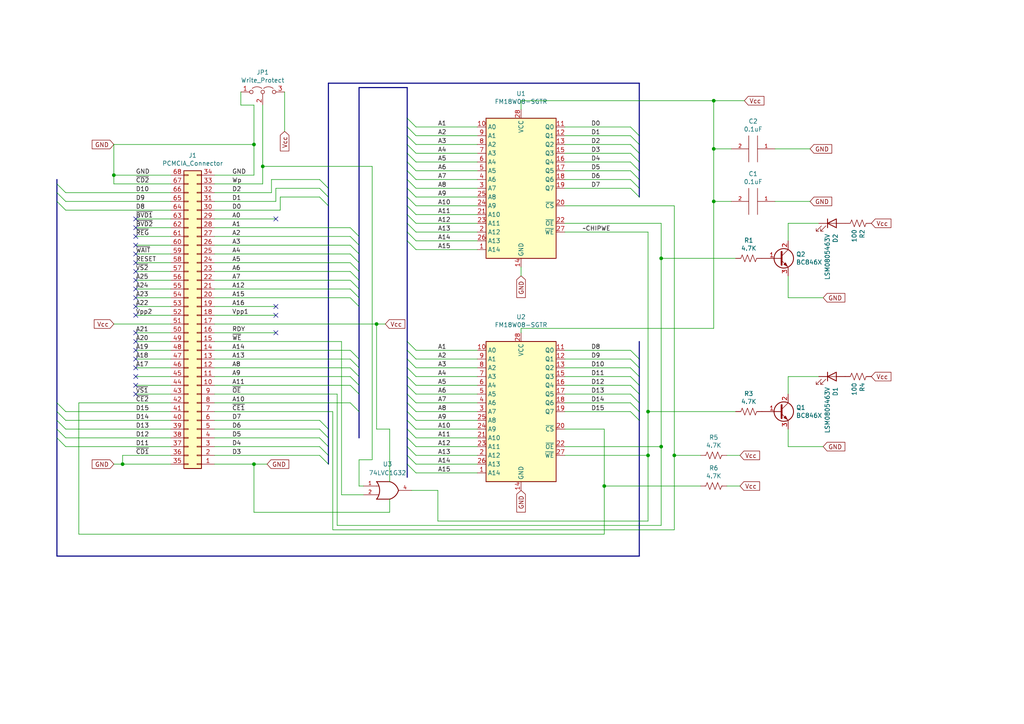
<source format=kicad_sch>
(kicad_sch (version 20211123) (generator eeschema)
  (paper "A4")
  (lib_symbols
    (symbol "74xGxx:74LVC1G32" (pin_names (offset 1.016))
      (property "Reference" "U" (at -2.54 3.81 0))
      (property "Value" "74LVC1G32" (at 0 -3.81 0))
      (symbol "74LVC1G32_0_1"
        (arc (start -3.81 -2.54) (mid -2.919 0) (end -3.81 2.54) (stroke (width 0.254)))
        (arc (start 0 -2.54) (mid 1.5993 -1.6027) (end 2.54 0) (stroke (width 0.254)))
        (polyline (pts (xy -3.81 -1.27) (xy -3.175 -1.27)))
        (polyline (pts (xy -3.81 1.27) (xy -3.175 1.27)))
        (polyline (pts (xy 0 -2.54) (xy -3.81 -2.54)) (stroke (width 0.254)) (fill (type background)))
        (polyline (pts (xy 0 2.54) (xy -3.81 2.54)) (stroke (width 0.254)) (fill (type background)))
        (arc (start 2.54 0) (mid 1.6119 1.6152) (end 0 2.54) (stroke (width 0.254)))
      )
      (symbol "74LVC1G32_1_1"
        (pin input line (at -7.62 1.27 0) (length 3.81) (name "~") (number "1"))
        (pin input line (at -7.62 -1.27 0) (length 3.81) (name "~") (number "2"))
        (pin power_in line (at 0 -2.54 270) (length 0) hide (name "GND") (number "3"))
        (pin output line (at 6.35 0 180) (length 3.81) (name "~") (number "4"))
        (pin power_in line (at 0 2.54 90) (length 0) hide (name "VCC") (number "5"))
      )
    )
    (symbol "Connector_Generic:Conn_02x34_Top_Bottom" (pin_names (offset 1.016) hide)
      (property "Reference" "J" (at 1.27 43.18 0))
      (property "Value" "Conn_02x34_Top_Bottom" (at 1.27 -45.72 0))
      (symbol "Conn_02x34_Top_Bottom_1_1"
        (rectangle (start -1.27 -43.053) (end 0 -43.307) (stroke (width 0.1524)))
        (rectangle (start -1.27 -40.513) (end 0 -40.767) (stroke (width 0.1524)))
        (rectangle (start -1.27 -37.973) (end 0 -38.227) (stroke (width 0.1524)))
        (rectangle (start -1.27 -35.433) (end 0 -35.687) (stroke (width 0.1524)))
        (rectangle (start -1.27 -32.893) (end 0 -33.147) (stroke (width 0.1524)))
        (rectangle (start -1.27 -30.353) (end 0 -30.607) (stroke (width 0.1524)))
        (rectangle (start -1.27 -27.813) (end 0 -28.067) (stroke (width 0.1524)))
        (rectangle (start -1.27 -25.273) (end 0 -25.527) (stroke (width 0.1524)))
        (rectangle (start -1.27 -22.733) (end 0 -22.987) (stroke (width 0.1524)))
        (rectangle (start -1.27 -20.193) (end 0 -20.447) (stroke (width 0.1524)))
        (rectangle (start -1.27 -17.653) (end 0 -17.907) (stroke (width 0.1524)))
        (rectangle (start -1.27 -15.113) (end 0 -15.367) (stroke (width 0.1524)))
        (rectangle (start -1.27 -12.573) (end 0 -12.827) (stroke (width 0.1524)))
        (rectangle (start -1.27 -10.033) (end 0 -10.287) (stroke (width 0.1524)))
        (rectangle (start -1.27 -7.493) (end 0 -7.747) (stroke (width 0.1524)))
        (rectangle (start -1.27 -4.953) (end 0 -5.207) (stroke (width 0.1524)))
        (rectangle (start -1.27 -2.413) (end 0 -2.667) (stroke (width 0.1524)))
        (rectangle (start -1.27 0.127) (end 0 -0.127) (stroke (width 0.1524)))
        (rectangle (start -1.27 2.667) (end 0 2.413) (stroke (width 0.1524)))
        (rectangle (start -1.27 5.207) (end 0 4.953) (stroke (width 0.1524)))
        (rectangle (start -1.27 7.747) (end 0 7.493) (stroke (width 0.1524)))
        (rectangle (start -1.27 10.287) (end 0 10.033) (stroke (width 0.1524)))
        (rectangle (start -1.27 12.827) (end 0 12.573) (stroke (width 0.1524)))
        (rectangle (start -1.27 15.367) (end 0 15.113) (stroke (width 0.1524)))
        (rectangle (start -1.27 17.907) (end 0 17.653) (stroke (width 0.1524)))
        (rectangle (start -1.27 20.447) (end 0 20.193) (stroke (width 0.1524)))
        (rectangle (start -1.27 22.987) (end 0 22.733) (stroke (width 0.1524)))
        (rectangle (start -1.27 25.527) (end 0 25.273) (stroke (width 0.1524)))
        (rectangle (start -1.27 28.067) (end 0 27.813) (stroke (width 0.1524)))
        (rectangle (start -1.27 30.607) (end 0 30.353) (stroke (width 0.1524)))
        (rectangle (start -1.27 33.147) (end 0 32.893) (stroke (width 0.1524)))
        (rectangle (start -1.27 35.687) (end 0 35.433) (stroke (width 0.1524)))
        (rectangle (start -1.27 38.227) (end 0 37.973) (stroke (width 0.1524)))
        (rectangle (start -1.27 40.767) (end 0 40.513) (stroke (width 0.1524)))
        (rectangle (start -1.27 41.91) (end 3.81 -44.45) (stroke (width 0.254)) (fill (type background)))
        (rectangle (start 3.81 -43.053) (end 2.54 -43.307) (stroke (width 0.1524)))
        (rectangle (start 3.81 -40.513) (end 2.54 -40.767) (stroke (width 0.1524)))
        (rectangle (start 3.81 -37.973) (end 2.54 -38.227) (stroke (width 0.1524)))
        (rectangle (start 3.81 -35.433) (end 2.54 -35.687) (stroke (width 0.1524)))
        (rectangle (start 3.81 -32.893) (end 2.54 -33.147) (stroke (width 0.1524)))
        (rectangle (start 3.81 -30.353) (end 2.54 -30.607) (stroke (width 0.1524)))
        (rectangle (start 3.81 -27.813) (end 2.54 -28.067) (stroke (width 0.1524)))
        (rectangle (start 3.81 -25.273) (end 2.54 -25.527) (stroke (width 0.1524)))
        (rectangle (start 3.81 -22.733) (end 2.54 -22.987) (stroke (width 0.1524)))
        (rectangle (start 3.81 -20.193) (end 2.54 -20.447) (stroke (width 0.1524)))
        (rectangle (start 3.81 -17.653) (end 2.54 -17.907) (stroke (width 0.1524)))
        (rectangle (start 3.81 -15.113) (end 2.54 -15.367) (stroke (width 0.1524)))
        (rectangle (start 3.81 -12.573) (end 2.54 -12.827) (stroke (width 0.1524)))
        (rectangle (start 3.81 -10.033) (end 2.54 -10.287) (stroke (width 0.1524)))
        (rectangle (start 3.81 -7.493) (end 2.54 -7.747) (stroke (width 0.1524)))
        (rectangle (start 3.81 -4.953) (end 2.54 -5.207) (stroke (width 0.1524)))
        (rectangle (start 3.81 -2.413) (end 2.54 -2.667) (stroke (width 0.1524)))
        (rectangle (start 3.81 0.127) (end 2.54 -0.127) (stroke (width 0.1524)))
        (rectangle (start 3.81 2.667) (end 2.54 2.413) (stroke (width 0.1524)))
        (rectangle (start 3.81 5.207) (end 2.54 4.953) (stroke (width 0.1524)))
        (rectangle (start 3.81 7.747) (end 2.54 7.493) (stroke (width 0.1524)))
        (rectangle (start 3.81 10.287) (end 2.54 10.033) (stroke (width 0.1524)))
        (rectangle (start 3.81 12.827) (end 2.54 12.573) (stroke (width 0.1524)))
        (rectangle (start 3.81 15.367) (end 2.54 15.113) (stroke (width 0.1524)))
        (rectangle (start 3.81 17.907) (end 2.54 17.653) (stroke (width 0.1524)))
        (rectangle (start 3.81 20.447) (end 2.54 20.193) (stroke (width 0.1524)))
        (rectangle (start 3.81 22.987) (end 2.54 22.733) (stroke (width 0.1524)))
        (rectangle (start 3.81 25.527) (end 2.54 25.273) (stroke (width 0.1524)))
        (rectangle (start 3.81 28.067) (end 2.54 27.813) (stroke (width 0.1524)))
        (rectangle (start 3.81 30.607) (end 2.54 30.353) (stroke (width 0.1524)))
        (rectangle (start 3.81 33.147) (end 2.54 32.893) (stroke (width 0.1524)))
        (rectangle (start 3.81 35.687) (end 2.54 35.433) (stroke (width 0.1524)))
        (rectangle (start 3.81 38.227) (end 2.54 37.973) (stroke (width 0.1524)))
        (rectangle (start 3.81 40.767) (end 2.54 40.513) (stroke (width 0.1524)))
        (pin passive line (at -5.08 40.64 0) (length 3.81) (name "Pin_1") (number "1"))
        (pin passive line (at -5.08 17.78 0) (length 3.81) (name "Pin_10") (number "10"))
        (pin passive line (at -5.08 15.24 0) (length 3.81) (name "Pin_11") (number "11"))
        (pin passive line (at -5.08 12.7 0) (length 3.81) (name "Pin_12") (number "12"))
        (pin passive line (at -5.08 10.16 0) (length 3.81) (name "Pin_13") (number "13"))
        (pin passive line (at -5.08 7.62 0) (length 3.81) (name "Pin_14") (number "14"))
        (pin passive line (at -5.08 5.08 0) (length 3.81) (name "Pin_15") (number "15"))
        (pin passive line (at -5.08 2.54 0) (length 3.81) (name "Pin_16") (number "16"))
        (pin passive line (at -5.08 0 0) (length 3.81) (name "Pin_17") (number "17"))
        (pin passive line (at -5.08 -2.54 0) (length 3.81) (name "Pin_18") (number "18"))
        (pin passive line (at -5.08 -5.08 0) (length 3.81) (name "Pin_19") (number "19"))
        (pin passive line (at -5.08 38.1 0) (length 3.81) (name "Pin_2") (number "2"))
        (pin passive line (at -5.08 -7.62 0) (length 3.81) (name "Pin_20") (number "20"))
        (pin passive line (at -5.08 -10.16 0) (length 3.81) (name "Pin_21") (number "21"))
        (pin passive line (at -5.08 -12.7 0) (length 3.81) (name "Pin_22") (number "22"))
        (pin passive line (at -5.08 -15.24 0) (length 3.81) (name "Pin_23") (number "23"))
        (pin passive line (at -5.08 -17.78 0) (length 3.81) (name "Pin_24") (number "24"))
        (pin passive line (at -5.08 -20.32 0) (length 3.81) (name "Pin_25") (number "25"))
        (pin passive line (at -5.08 -22.86 0) (length 3.81) (name "Pin_26") (number "26"))
        (pin passive line (at -5.08 -25.4 0) (length 3.81) (name "Pin_27") (number "27"))
        (pin passive line (at -5.08 -27.94 0) (length 3.81) (name "Pin_28") (number "28"))
        (pin passive line (at -5.08 -30.48 0) (length 3.81) (name "Pin_29") (number "29"))
        (pin passive line (at -5.08 35.56 0) (length 3.81) (name "Pin_3") (number "3"))
        (pin passive line (at -5.08 -33.02 0) (length 3.81) (name "Pin_30") (number "30"))
        (pin passive line (at -5.08 -35.56 0) (length 3.81) (name "Pin_31") (number "31"))
        (pin passive line (at -5.08 -38.1 0) (length 3.81) (name "Pin_32") (number "32"))
        (pin passive line (at -5.08 -40.64 0) (length 3.81) (name "Pin_33") (number "33"))
        (pin passive line (at -5.08 -43.18 0) (length 3.81) (name "Pin_34") (number "34"))
        (pin passive line (at 7.62 40.64 180) (length 3.81) (name "Pin_35") (number "35"))
        (pin passive line (at 7.62 38.1 180) (length 3.81) (name "Pin_36") (number "36"))
        (pin passive line (at 7.62 35.56 180) (length 3.81) (name "Pin_37") (number "37"))
        (pin passive line (at 7.62 33.02 180) (length 3.81) (name "Pin_38") (number "38"))
        (pin passive line (at 7.62 30.48 180) (length 3.81) (name "Pin_39") (number "39"))
        (pin passive line (at -5.08 33.02 0) (length 3.81) (name "Pin_4") (number "4"))
        (pin passive line (at 7.62 27.94 180) (length 3.81) (name "Pin_40") (number "40"))
        (pin passive line (at 7.62 25.4 180) (length 3.81) (name "Pin_41") (number "41"))
        (pin passive line (at 7.62 22.86 180) (length 3.81) (name "Pin_42") (number "42"))
        (pin passive line (at 7.62 20.32 180) (length 3.81) (name "Pin_43") (number "43"))
        (pin passive line (at 7.62 17.78 180) (length 3.81) (name "Pin_44") (number "44"))
        (pin passive line (at 7.62 15.24 180) (length 3.81) (name "Pin_45") (number "45"))
        (pin passive line (at 7.62 12.7 180) (length 3.81) (name "Pin_46") (number "46"))
        (pin passive line (at 7.62 10.16 180) (length 3.81) (name "Pin_47") (number "47"))
        (pin passive line (at 7.62 7.62 180) (length 3.81) (name "Pin_48") (number "48"))
        (pin passive line (at 7.62 5.08 180) (length 3.81) (name "Pin_49") (number "49"))
        (pin passive line (at -5.08 30.48 0) (length 3.81) (name "Pin_5") (number "5"))
        (pin passive line (at 7.62 2.54 180) (length 3.81) (name "Pin_50") (number "50"))
        (pin passive line (at 7.62 0 180) (length 3.81) (name "Pin_51") (number "51"))
        (pin passive line (at 7.62 -2.54 180) (length 3.81) (name "Pin_52") (number "52"))
        (pin passive line (at 7.62 -5.08 180) (length 3.81) (name "Pin_53") (number "53"))
        (pin passive line (at 7.62 -7.62 180) (length 3.81) (name "Pin_54") (number "54"))
        (pin passive line (at 7.62 -10.16 180) (length 3.81) (name "Pin_55") (number "55"))
        (pin passive line (at 7.62 -12.7 180) (length 3.81) (name "Pin_56") (number "56"))
        (pin passive line (at 7.62 -15.24 180) (length 3.81) (name "Pin_57") (number "57"))
        (pin passive line (at 7.62 -17.78 180) (length 3.81) (name "Pin_58") (number "58"))
        (pin passive line (at 7.62 -20.32 180) (length 3.81) (name "Pin_59") (number "59"))
        (pin passive line (at -5.08 27.94 0) (length 3.81) (name "Pin_6") (number "6"))
        (pin passive line (at 7.62 -22.86 180) (length 3.81) (name "Pin_60") (number "60"))
        (pin passive line (at 7.62 -25.4 180) (length 3.81) (name "Pin_61") (number "61"))
        (pin passive line (at 7.62 -27.94 180) (length 3.81) (name "Pin_62") (number "62"))
        (pin passive line (at 7.62 -30.48 180) (length 3.81) (name "Pin_63") (number "63"))
        (pin passive line (at 7.62 -33.02 180) (length 3.81) (name "Pin_64") (number "64"))
        (pin passive line (at 7.62 -35.56 180) (length 3.81) (name "Pin_65") (number "65"))
        (pin passive line (at 7.62 -38.1 180) (length 3.81) (name "Pin_66") (number "66"))
        (pin passive line (at 7.62 -40.64 180) (length 3.81) (name "Pin_67") (number "67"))
        (pin passive line (at 7.62 -43.18 180) (length 3.81) (name "Pin_68") (number "68"))
        (pin passive line (at -5.08 25.4 0) (length 3.81) (name "Pin_7") (number "7"))
        (pin passive line (at -5.08 22.86 0) (length 3.81) (name "Pin_8") (number "8"))
        (pin passive line (at -5.08 20.32 0) (length 3.81) (name "Pin_9") (number "9"))
      )
    )
    (symbol "Device:LED" (pin_numbers hide) (pin_names (offset 1.016) hide)
      (property "Reference" "D" (at 0 2.54 0))
      (property "Value" "LED" (at 0 -2.54 0))
      (symbol "LED_0_1"
        (polyline (pts (xy -1.27 -1.27) (xy -1.27 1.27)) (stroke (width 0.254)))
        (polyline (pts (xy -1.27 0) (xy 1.27 0)))
        (polyline (pts (xy 1.27 -1.27) (xy 1.27 1.27) (xy -1.27 0) (xy 1.27 -1.27)) (stroke (width 0.254)))
        (polyline (pts (xy -3.048 -0.762) (xy -4.572 -2.286) (xy -3.81 -2.286) (xy -4.572 -2.286) (xy -4.572 -1.524)))
        (polyline (pts (xy -1.778 -0.762) (xy -3.302 -2.286) (xy -2.54 -2.286) (xy -3.302 -2.286) (xy -3.302 -1.524)))
      )
      (symbol "LED_1_1"
        (pin passive line (at -3.81 0 0) (length 2.54) (name "K") (number "1"))
        (pin passive line (at 3.81 0 180) (length 2.54) (name "A") (number "2"))
      )
    )
    (symbol "Device:Q_NPN_BCE" (pin_names (offset 0) hide)
      (property "Reference" "Q" (at 5.08 1.27 0))
      (property "Value" "Q_NPN_BCE" (at 5.08 -1.27 0))
      (symbol "Q_NPN_BCE_0_1"
        (polyline (pts (xy 0.635 0.635) (xy 2.54 2.54)))
        (polyline (pts (xy 0.635 -0.635) (xy 2.54 -2.54) (xy 2.54 -2.54)))
        (polyline (pts (xy 0.635 1.905) (xy 0.635 -1.905) (xy 0.635 -1.905)) (stroke (width 0.508)))
        (polyline (pts (xy 1.27 -1.778) (xy 1.778 -1.27) (xy 2.286 -2.286) (xy 1.27 -1.778) (xy 1.27 -1.778)) (fill (type outline)))
        (circle (center 1.27 0) (radius 2.8194) (stroke (width 0.254)))
      )
      (symbol "Q_NPN_BCE_1_1"
        (pin input line (at -5.08 0 0) (length 5.715) (name "B") (number "1"))
        (pin passive line (at 2.54 5.08 270) (length 2.54) (name "C") (number "2"))
        (pin passive line (at 2.54 -5.08 90) (length 2.54) (name "E") (number "3"))
      )
    )
    (symbol "Device:R_US" (pin_numbers hide) (pin_names (offset 0))
      (property "Reference" "R" (at 2.54 0 90))
      (property "Value" "R_US" (at -2.54 0 90))
      (symbol "R_US_0_1"
        (polyline (pts (xy 0 -2.286) (xy 0 -2.54)))
        (polyline (pts (xy 0 2.286) (xy 0 2.54)))
        (polyline (pts (xy 0 -0.762) (xy 1.016 -1.143) (xy 0 -1.524) (xy -1.016 -1.905) (xy 0 -2.286)))
        (polyline (pts (xy 0 0.762) (xy 1.016 0.381) (xy 0 0) (xy -1.016 -0.381) (xy 0 -0.762)))
        (polyline (pts (xy 0 2.286) (xy 1.016 1.905) (xy 0 1.524) (xy -1.016 1.143) (xy 0 0.762)))
      )
      (symbol "R_US_1_1"
        (pin passive line (at 0 3.81 270) (length 1.27) (name "~") (number "1"))
        (pin passive line (at 0 -3.81 90) (length 1.27) (name "~") (number "2"))
      )
    )
    (symbol "ICMemCard-rescue:Jumper_3_Open-Jumper" (pin_names (offset 0) hide)
      (property "Reference" "JP" (at -2.54 -2.54 0))
      (property "Value" "Jumper_3_Open-Jumper" (at 0 2.794 0))
      (symbol "Jumper_3_Open-Jumper_0_0"
        (circle (center -3.302 0) (radius 0.508))
        (circle (center 0 0) (radius 0.508))
        (circle (center 3.302 0) (radius 0.508))
      )
      (symbol "Jumper_3_Open-Jumper_0_1"
        (arc (start -0.254 1.016) (mid -1.651 1.4992) (end -3.048 1.016))
        (polyline (pts (xy 0 -0.508) (xy 0 -1.27)))
        (arc (start 3.048 1.016) (mid 1.651 1.4992) (end 0.254 1.016))
      )
      (symbol "Jumper_3_Open-Jumper_1_1"
        (pin passive line (at -6.35 0 0) (length 2.54) (name "A") (number "1"))
        (pin input line (at 0 -3.81 90) (length 2.54) (name "C") (number "2"))
        (pin passive line (at 6.35 0 180) (length 2.54) (name "B") (number "3"))
      )
    )
    (symbol "Memory_RAM:CY62256-70PC"
      (property "Reference" "U" (at -10.16 20.955 0))
      (property "Value" "CY62256-70PC" (at 2.54 20.955 0))
      (symbol "CY62256-70PC_0_0"
        (pin power_in line (at 0 -22.86 90) (length 2.54) (name "GND") (number "14"))
        (pin power_in line (at 0 22.86 270) (length 2.54) (name "VCC") (number "28"))
      )
      (symbol "CY62256-70PC_0_1"
        (rectangle (start -10.16 20.32) (end 10.16 -20.32) (stroke (width 0.254)) (fill (type background)))
      )
      (symbol "CY62256-70PC_1_1"
        (pin input line (at -12.7 -17.78 0) (length 2.54) (name "A14") (number "1"))
        (pin input line (at -12.7 17.78 0) (length 2.54) (name "A0") (number "10"))
        (pin tri_state line (at 12.7 17.78 180) (length 2.54) (name "Q0") (number "11"))
        (pin tri_state line (at 12.7 15.24 180) (length 2.54) (name "Q1") (number "12"))
        (pin tri_state line (at 12.7 12.7 180) (length 2.54) (name "Q2") (number "13"))
        (pin tri_state line (at 12.7 10.16 180) (length 2.54) (name "Q3") (number "15"))
        (pin tri_state line (at 12.7 7.62 180) (length 2.54) (name "Q4") (number "16"))
        (pin tri_state line (at 12.7 5.08 180) (length 2.54) (name "Q5") (number "17"))
        (pin tri_state line (at 12.7 2.54 180) (length 2.54) (name "Q6") (number "18"))
        (pin tri_state line (at 12.7 0 180) (length 2.54) (name "Q7") (number "19"))
        (pin input line (at -12.7 -12.7 0) (length 2.54) (name "A12") (number "2"))
        (pin input line (at 12.7 -5.08 180) (length 2.54) (name "~{CS}") (number "20"))
        (pin input line (at -12.7 -7.62 0) (length 2.54) (name "A10") (number "21"))
        (pin input line (at 12.7 -10.16 180) (length 2.54) (name "~{OE}") (number "22"))
        (pin input line (at -12.7 -10.16 0) (length 2.54) (name "A11") (number "23"))
        (pin input line (at -12.7 -5.08 0) (length 2.54) (name "A9") (number "24"))
        (pin input line (at -12.7 -2.54 0) (length 2.54) (name "A8") (number "25"))
        (pin input line (at -12.7 -15.24 0) (length 2.54) (name "A13") (number "26"))
        (pin input line (at 12.7 -12.7 180) (length 2.54) (name "~{WE}") (number "27"))
        (pin input line (at -12.7 0 0) (length 2.54) (name "A7") (number "3"))
        (pin input line (at -12.7 2.54 0) (length 2.54) (name "A6") (number "4"))
        (pin input line (at -12.7 5.08 0) (length 2.54) (name "A5") (number "5"))
        (pin input line (at -12.7 7.62 0) (length 2.54) (name "A4") (number "6"))
        (pin input line (at -12.7 10.16 0) (length 2.54) (name "A3") (number "7"))
        (pin input line (at -12.7 12.7 0) (length 2.54) (name "A2") (number "8"))
        (pin input line (at -12.7 15.24 0) (length 2.54) (name "A1") (number "9"))
      )
    )
    (symbol "pspice:CAP" (pin_names (offset 0.254))
      (property "Reference" "C" (at 2.54 3.81 90))
      (property "Value" "CAP" (at 2.54 -3.81 90))
      (symbol "CAP_0_1"
        (polyline (pts (xy -3.81 -1.27) (xy 3.81 -1.27)))
        (polyline (pts (xy -3.81 1.27) (xy 3.81 1.27)))
      )
      (symbol "CAP_1_1"
        (pin passive line (at 0 6.35 270) (length 5.08) (name "~") (number "1"))
        (pin passive line (at 0 -6.35 90) (length 5.08) (name "~") (number "2"))
      )
    )
  )
  (junction (at 109.22 93.98))
  (junction (at 175.26 140.97))
  (junction (at 76.2 48.26))
  (junction (at 195.58 132.08))
  (junction (at 191.77 74.93))
  (junction (at 207.01 58.42))
  (junction (at 207.01 29.21))
  (junction (at 73.66 134.62))
  (junction (at 33.02 50.8))
  (junction (at 73.66 41.91))
  (junction (at 187.96 132.08))
  (junction (at 35.56 134.62))
  (junction (at 207.01 43.18))
  (junction (at 187.96 119.38))
  (junction (at 191.77 129.54))
  (no_connect (at 39.37 114.3))
  (no_connect (at 39.37 111.76))
  (no_connect (at 39.37 88.9))
  (no_connect (at 39.37 68.58))
  (no_connect (at 39.37 86.36))
  (no_connect (at 39.37 101.6))
  (no_connect (at 39.37 78.74))
  (no_connect (at 39.37 63.5))
  (no_connect (at 39.37 91.44))
  (no_connect (at 39.37 104.14))
  (no_connect (at 39.37 76.2))
  (no_connect (at 39.37 96.52))
  (no_connect (at 39.37 109.22))
  (no_connect (at 80.01 63.5))
  (no_connect (at 39.37 99.06))
  (no_connect (at 39.37 83.82))
  (no_connect (at 80.01 88.9))
  (no_connect (at 80.01 91.44))
  (no_connect (at 80.01 96.52))
  (no_connect (at 39.37 66.04))
  (no_connect (at 39.37 106.68))
  (no_connect (at 39.37 81.28))
  (no_connect (at 39.37 73.66))
  (no_connect (at 39.37 71.12))
  (bus_entry (at 101.6 81.28) (size 2.54 2.54))
  (bus_entry (at 118.11 124.46) (size 2.54 2.54))
  (bus_entry (at 182.88 41.91) (size 2.54 2.54))
  (bus_entry (at 16.51 55.88) (size 2.54 2.54))
  (bus_entry (at 118.11 129.54) (size 2.54 2.54))
  (bus_entry (at 118.11 119.38) (size 2.54 2.54))
  (bus_entry (at 118.11 59.69) (size 2.54 2.54))
  (bus_entry (at 101.6 66.04) (size 2.54 2.54))
  (bus_entry (at 101.6 106.68) (size 2.54 2.54))
  (bus_entry (at 101.6 111.76) (size 2.54 2.54))
  (bus_entry (at 101.6 116.84) (size 2.54 2.54))
  (bus_entry (at 118.11 52.07) (size 2.54 2.54))
  (bus_entry (at 101.6 104.14) (size 2.54 2.54))
  (bus_entry (at 182.88 106.68) (size 2.54 2.54))
  (bus_entry (at 101.6 71.12) (size 2.54 2.54))
  (bus_entry (at 16.51 127) (size 2.54 2.54))
  (bus_entry (at 182.88 52.07) (size 2.54 2.54))
  (bus_entry (at 101.6 73.66) (size 2.54 2.54))
  (bus_entry (at 101.6 109.22) (size 2.54 2.54))
  (bus_entry (at 118.11 44.45) (size 2.54 2.54))
  (bus_entry (at 118.11 127) (size 2.54 2.54))
  (bus_entry (at 118.11 41.91) (size 2.54 2.54))
  (bus_entry (at 182.88 39.37) (size 2.54 2.54))
  (bus_entry (at 182.88 101.6) (size 2.54 2.54))
  (bus_entry (at 16.51 121.92) (size 2.54 2.54))
  (bus_entry (at 118.11 106.68) (size 2.54 2.54))
  (bus_entry (at 182.88 36.83) (size 2.54 2.54))
  (bus_entry (at 101.6 86.36) (size 2.54 2.54))
  (bus_entry (at 101.6 76.2) (size 2.54 2.54))
  (bus_entry (at 118.11 104.14) (size 2.54 2.54))
  (bus_entry (at 16.51 116.84) (size 2.54 2.54))
  (bus_entry (at 118.11 62.23) (size 2.54 2.54))
  (bus_entry (at 118.11 111.76) (size 2.54 2.54))
  (bus_entry (at 182.88 44.45) (size 2.54 2.54))
  (bus_entry (at 101.6 78.74) (size 2.54 2.54))
  (bus_entry (at 92.71 132.08) (size 2.54 2.54))
  (bus_entry (at 16.51 53.34) (size 2.54 2.54))
  (bus_entry (at 118.11 64.77) (size 2.54 2.54))
  (bus_entry (at 101.6 101.6) (size 2.54 2.54))
  (bus_entry (at 182.88 109.22) (size 2.54 2.54))
  (bus_entry (at 118.11 36.83) (size 2.54 2.54))
  (bus_entry (at 92.71 124.46) (size 2.54 2.54))
  (bus_entry (at 118.11 101.6) (size 2.54 2.54))
  (bus_entry (at 118.11 46.99) (size 2.54 2.54))
  (bus_entry (at 101.6 83.82) (size 2.54 2.54))
  (bus_entry (at 118.11 132.08) (size 2.54 2.54))
  (bus_entry (at 101.6 68.58) (size 2.54 2.54))
  (bus_entry (at 118.11 99.06) (size 2.54 2.54))
  (bus_entry (at 118.11 39.37) (size 2.54 2.54))
  (bus_entry (at 182.88 111.76) (size 2.54 2.54))
  (bus_entry (at 118.11 57.15) (size 2.54 2.54))
  (bus_entry (at 118.11 34.29) (size 2.54 2.54))
  (bus_entry (at 118.11 114.3) (size 2.54 2.54))
  (bus_entry (at 118.11 54.61) (size 2.54 2.54))
  (bus_entry (at 182.88 54.61) (size 2.54 2.54))
  (bus_entry (at 182.88 104.14) (size 2.54 2.54))
  (bus_entry (at 16.51 124.46) (size 2.54 2.54))
  (bus_entry (at 182.88 119.38) (size 2.54 2.54))
  (bus_entry (at 118.11 121.92) (size 2.54 2.54))
  (bus_entry (at 16.51 58.42) (size 2.54 2.54))
  (bus_entry (at 118.11 109.22) (size 2.54 2.54))
  (bus_entry (at 118.11 134.62) (size 2.54 2.54))
  (bus_entry (at 92.71 52.07) (size 2.54 2.54))
  (bus_entry (at 92.71 54.61) (size 2.54 2.54))
  (bus_entry (at 92.71 57.15) (size 2.54 2.54))
  (bus_entry (at 118.11 49.53) (size 2.54 2.54))
  (bus_entry (at 92.71 121.92) (size 2.54 2.54))
  (bus_entry (at 92.71 127) (size 2.54 2.54))
  (bus_entry (at 182.88 49.53) (size 2.54 2.54))
  (bus_entry (at 16.51 119.38) (size 2.54 2.54))
  (bus_entry (at 182.88 114.3) (size 2.54 2.54))
  (bus_entry (at 118.11 67.31) (size 2.54 2.54))
  (bus_entry (at 118.11 69.85) (size 2.54 2.54))
  (bus_entry (at 118.11 116.84) (size 2.54 2.54))
  (bus_entry (at 182.88 46.99) (size 2.54 2.54))
  (bus_entry (at 182.88 116.84) (size 2.54 2.54))
  (bus_entry (at 92.71 129.54) (size 2.54 2.54))
  (wire (pts (xy 107.95 133.35) (xy 107.95 48.26)))
  (wire (pts (xy 228.6 129.54) (xy 238.76 129.54)))
  (bus (pts (xy 118.11 39.37) (xy 118.11 41.91)))
  (wire (pts (xy 120.65 111.76) (xy 138.43 111.76)))
  (wire (pts (xy 33.02 93.98) (xy 49.53 93.98)))
  (bus (pts (xy 104.14 104.14) (xy 104.14 106.68)))
  (wire (pts (xy 163.83 39.37) (xy 182.88 39.37)))
  (wire (pts (xy 104.14 133.35) (xy 107.95 133.35)))
  (bus (pts (xy 185.42 49.53) (xy 185.42 52.07)))
  (wire (pts (xy 62.23 76.2) (xy 101.6 76.2)))
  (wire (pts (xy 138.43 49.53) (xy 120.65 49.53)))
  (wire (pts (xy 187.96 119.38) (xy 187.96 67.31)))
  (wire (pts (xy 109.22 93.98) (xy 111.76 93.98)))
  (bus (pts (xy 185.42 99.06) (xy 185.42 104.14)))
  (wire (pts (xy 49.53 99.06) (xy 39.37 99.06)))
  (wire (pts (xy 78.74 55.88) (xy 78.74 52.07)))
  (wire (pts (xy 62.23 119.38) (xy 96.52 119.38)))
  (bus (pts (xy 118.11 101.6) (xy 118.11 104.14)))
  (wire (pts (xy 138.43 36.83) (xy 120.65 36.83)))
  (wire (pts (xy 109.22 93.98) (xy 109.22 124.46)))
  (wire (pts (xy 203.2 132.08) (xy 195.58 132.08)))
  (wire (pts (xy 80.01 91.44) (xy 62.23 91.44)))
  (wire (pts (xy 163.83 104.14) (xy 182.88 104.14)))
  (bus (pts (xy 118.11 46.99) (xy 118.11 49.53)))
  (wire (pts (xy 175.26 124.46) (xy 175.26 140.97)))
  (bus (pts (xy 104.14 25.4) (xy 118.11 25.4)))
  (wire (pts (xy 163.83 129.54) (xy 191.77 129.54)))
  (bus (pts (xy 16.51 55.88) (xy 16.51 58.42)))
  (wire (pts (xy 224.79 43.18) (xy 234.95 43.18)))
  (bus (pts (xy 104.14 111.76) (xy 104.14 114.3)))
  (wire (pts (xy 138.43 54.61) (xy 120.65 54.61)))
  (wire (pts (xy 19.05 127) (xy 49.53 127)))
  (bus (pts (xy 16.51 52.07) (xy 16.51 53.34)))
  (wire (pts (xy 73.66 41.91) (xy 73.66 50.8)))
  (bus (pts (xy 185.42 106.68) (xy 185.42 109.22)))
  (wire (pts (xy 49.53 86.36) (xy 39.37 86.36)))
  (wire (pts (xy 49.53 53.34) (xy 33.02 53.34)))
  (bus (pts (xy 118.11 41.91) (xy 118.11 44.45)))
  (bus (pts (xy 104.14 83.82) (xy 104.14 86.36)))
  (bus (pts (xy 16.51 121.92) (xy 16.51 124.46)))
  (wire (pts (xy 120.65 41.91) (xy 138.43 41.91)))
  (wire (pts (xy 105.41 140.97) (xy 104.14 140.97)))
  (bus (pts (xy 118.11 106.68) (xy 118.11 109.22)))
  (wire (pts (xy 49.53 50.8) (xy 33.02 50.8)))
  (wire (pts (xy 62.23 83.82) (xy 101.6 83.82)))
  (bus (pts (xy 118.11 129.54) (xy 118.11 132.08)))
  (wire (pts (xy 138.43 114.3) (xy 120.65 114.3)))
  (bus (pts (xy 104.14 68.58) (xy 104.14 71.12)))
  (wire (pts (xy 163.83 54.61) (xy 182.88 54.61)))
  (wire (pts (xy 49.53 71.12) (xy 39.37 71.12)))
  (bus (pts (xy 118.11 25.4) (xy 118.11 34.29)))
  (wire (pts (xy 214.63 132.08) (xy 210.82 132.08)))
  (wire (pts (xy 39.37 63.5) (xy 49.53 63.5)))
  (bus (pts (xy 104.14 114.3) (xy 104.14 119.38)))
  (bus (pts (xy 118.11 132.08) (xy 118.11 134.62)))
  (wire (pts (xy 49.53 83.82) (xy 39.37 83.82)))
  (wire (pts (xy 138.43 69.85) (xy 120.65 69.85)))
  (wire (pts (xy 163.83 124.46) (xy 175.26 124.46)))
  (wire (pts (xy 62.23 78.74) (xy 101.6 78.74)))
  (bus (pts (xy 118.11 59.69) (xy 118.11 62.23)))
  (wire (pts (xy 138.43 64.77) (xy 120.65 64.77)))
  (wire (pts (xy 73.66 41.91) (xy 73.66 30.48)))
  (wire (pts (xy 163.83 114.3) (xy 182.88 114.3)))
  (bus (pts (xy 118.11 54.61) (xy 118.11 57.15)))
  (wire (pts (xy 33.02 41.91) (xy 33.02 50.8)))
  (bus (pts (xy 118.11 62.23) (xy 118.11 64.77)))
  (wire (pts (xy 138.43 124.46) (xy 120.65 124.46)))
  (wire (pts (xy 49.53 106.68) (xy 39.37 106.68)))
  (bus (pts (xy 16.51 124.46) (xy 16.51 127)))
  (wire (pts (xy 163.83 119.38) (xy 182.88 119.38)))
  (wire (pts (xy 62.23 93.98) (xy 109.22 93.98)))
  (wire (pts (xy 138.43 137.16) (xy 120.65 137.16)))
  (wire (pts (xy 62.23 66.04) (xy 101.6 66.04)))
  (wire (pts (xy 81.28 57.15) (xy 92.71 57.15)))
  (wire (pts (xy 203.2 140.97) (xy 175.26 140.97)))
  (bus (pts (xy 95.25 124.46) (xy 95.25 127)))
  (bus (pts (xy 95.25 24.13) (xy 95.25 54.61)))
  (wire (pts (xy 62.23 121.92) (xy 92.71 121.92)))
  (wire (pts (xy 138.43 44.45) (xy 120.65 44.45)))
  (wire (pts (xy 195.58 59.69) (xy 163.83 59.69)))
  (bus (pts (xy 118.11 119.38) (xy 118.11 121.92)))
  (wire (pts (xy 187.96 151.13) (xy 187.96 132.08)))
  (bus (pts (xy 104.14 71.12) (xy 104.14 73.66)))
  (wire (pts (xy 62.23 109.22) (xy 101.6 109.22)))
  (wire (pts (xy 151.13 80.01) (xy 151.13 77.47)))
  (wire (pts (xy 207.01 29.21) (xy 207.01 43.18)))
  (wire (pts (xy 49.53 104.14) (xy 39.37 104.14)))
  (wire (pts (xy 73.66 134.62) (xy 73.66 148.59)))
  (wire (pts (xy 151.13 95.25) (xy 151.13 96.52)))
  (wire (pts (xy 39.37 66.04) (xy 49.53 66.04)))
  (wire (pts (xy 163.83 46.99) (xy 182.88 46.99)))
  (bus (pts (xy 95.25 24.13) (xy 185.42 24.13)))
  (wire (pts (xy 191.77 152.4) (xy 191.77 129.54)))
  (wire (pts (xy 138.43 72.39) (xy 120.65 72.39)))
  (wire (pts (xy 228.6 86.36) (xy 228.6 80.01)))
  (wire (pts (xy 49.53 81.28) (xy 39.37 81.28)))
  (wire (pts (xy 163.83 41.91) (xy 182.88 41.91)))
  (wire (pts (xy 195.58 132.08) (xy 195.58 153.67)))
  (wire (pts (xy 81.28 60.96) (xy 81.28 57.15)))
  (wire (pts (xy 138.43 104.14) (xy 120.65 104.14)))
  (bus (pts (xy 104.14 73.66) (xy 104.14 76.2)))
  (wire (pts (xy 138.43 119.38) (xy 120.65 119.38)))
  (bus (pts (xy 104.14 88.9) (xy 104.14 104.14)))
  (bus (pts (xy 118.11 109.22) (xy 118.11 111.76)))
  (wire (pts (xy 120.65 57.15) (xy 138.43 57.15)))
  (wire (pts (xy 212.09 43.18) (xy 207.01 43.18)))
  (bus (pts (xy 118.11 69.85) (xy 118.11 99.06)))
  (wire (pts (xy 69.85 30.48) (xy 69.85 26.67)))
  (bus (pts (xy 16.51 119.38) (xy 16.51 121.92)))
  (wire (pts (xy 62.23 55.88) (xy 78.74 55.88)))
  (wire (pts (xy 49.53 119.38) (xy 19.05 119.38)))
  (wire (pts (xy 62.23 127) (xy 92.71 127)))
  (wire (pts (xy 62.23 96.52) (xy 80.01 96.52)))
  (wire (pts (xy 49.53 68.58) (xy 39.37 68.58)))
  (bus (pts (xy 118.11 52.07) (xy 118.11 54.61)))
  (bus (pts (xy 16.51 127) (xy 16.51 161.29)))
  (wire (pts (xy 191.77 64.77) (xy 163.83 64.77)))
  (bus (pts (xy 118.11 34.29) (xy 118.11 36.83)))
  (wire (pts (xy 19.05 124.46) (xy 49.53 124.46)))
  (wire (pts (xy 62.23 60.96) (xy 81.28 60.96)))
  (wire (pts (xy 62.23 134.62) (xy 73.66 134.62)))
  (bus (pts (xy 118.11 67.31) (xy 118.11 69.85)))
  (bus (pts (xy 118.11 116.84) (xy 118.11 119.38)))
  (wire (pts (xy 163.83 132.08) (xy 187.96 132.08)))
  (wire (pts (xy 73.66 50.8) (xy 62.23 50.8)))
  (wire (pts (xy 97.79 114.3) (xy 97.79 152.4)))
  (wire (pts (xy 62.23 58.42) (xy 80.01 58.42)))
  (wire (pts (xy 62.23 71.12) (xy 101.6 71.12)))
  (bus (pts (xy 95.25 129.54) (xy 95.25 132.08)))
  (wire (pts (xy 191.77 74.93) (xy 213.36 74.93)))
  (wire (pts (xy 109.22 124.46) (xy 113.03 124.46)))
  (wire (pts (xy 49.53 76.2) (xy 39.37 76.2)))
  (bus (pts (xy 104.14 25.4) (xy 104.14 68.58)))
  (wire (pts (xy 78.74 52.07) (xy 92.71 52.07)))
  (bus (pts (xy 185.42 54.61) (xy 185.42 57.15)))
  (wire (pts (xy 97.79 152.4) (xy 191.77 152.4)))
  (wire (pts (xy 62.23 73.66) (xy 101.6 73.66)))
  (wire (pts (xy 113.03 148.59) (xy 113.03 144.78)))
  (bus (pts (xy 185.42 39.37) (xy 185.42 41.91)))
  (wire (pts (xy 49.53 121.92) (xy 19.05 121.92)))
  (wire (pts (xy 228.6 64.77) (xy 228.6 69.85)))
  (bus (pts (xy 95.25 127) (xy 95.25 129.54)))
  (wire (pts (xy 22.86 116.84) (xy 22.86 154.94)))
  (bus (pts (xy 185.42 116.84) (xy 185.42 119.38)))
  (wire (pts (xy 80.01 54.61) (xy 92.71 54.61)))
  (wire (pts (xy 62.23 99.06) (xy 99.06 99.06)))
  (bus (pts (xy 118.11 134.62) (xy 118.11 138.43)))
  (wire (pts (xy 163.83 116.84) (xy 182.88 116.84)))
  (wire (pts (xy 49.53 88.9) (xy 39.37 88.9)))
  (wire (pts (xy 163.83 109.22) (xy 182.88 109.22)))
  (wire (pts (xy 62.23 86.36) (xy 101.6 86.36)))
  (wire (pts (xy 207.01 95.25) (xy 151.13 95.25)))
  (wire (pts (xy 113.03 124.46) (xy 113.03 139.7)))
  (wire (pts (xy 228.6 129.54) (xy 228.6 124.46)))
  (wire (pts (xy 175.26 140.97) (xy 175.26 154.94)))
  (bus (pts (xy 185.42 52.07) (xy 185.42 54.61)))
  (wire (pts (xy 62.23 53.34) (xy 76.2 53.34)))
  (bus (pts (xy 185.42 24.13) (xy 185.42 39.37)))
  (wire (pts (xy 49.53 91.44) (xy 39.37 91.44)))
  (wire (pts (xy 19.05 129.54) (xy 49.53 129.54)))
  (wire (pts (xy 228.6 109.22) (xy 237.49 109.22)))
  (wire (pts (xy 35.56 132.08) (xy 49.53 132.08)))
  (wire (pts (xy 49.53 114.3) (xy 39.37 114.3)))
  (wire (pts (xy 151.13 29.21) (xy 151.13 31.75)))
  (wire (pts (xy 73.66 134.62) (xy 77.47 134.62)))
  (wire (pts (xy 207.01 58.42) (xy 207.01 95.25)))
  (wire (pts (xy 151.13 29.21) (xy 207.01 29.21)))
  (wire (pts (xy 62.23 81.28) (xy 101.6 81.28)))
  (bus (pts (xy 16.51 58.42) (xy 16.51 116.84)))
  (wire (pts (xy 138.43 101.6) (xy 120.65 101.6)))
  (bus (pts (xy 104.14 109.22) (xy 104.14 111.76)))
  (bus (pts (xy 118.11 127) (xy 118.11 129.54)))
  (wire (pts (xy 120.65 106.68) (xy 138.43 106.68)))
  (wire (pts (xy 62.23 106.68) (xy 101.6 106.68)))
  (wire (pts (xy 138.43 39.37) (xy 120.65 39.37)))
  (wire (pts (xy 99.06 143.51) (xy 105.41 143.51)))
  (bus (pts (xy 118.11 104.14) (xy 118.11 106.68)))
  (wire (pts (xy 62.23 68.58) (xy 101.6 68.58)))
  (wire (pts (xy 35.56 132.08) (xy 35.56 134.62)))
  (bus (pts (xy 104.14 76.2) (xy 104.14 78.74)))
  (bus (pts (xy 104.14 86.36) (xy 104.14 88.9)))
  (bus (pts (xy 118.11 111.76) (xy 118.11 114.3)))
  (bus (pts (xy 104.14 78.74) (xy 104.14 81.28)))
  (wire (pts (xy 163.83 101.6) (xy 182.88 101.6)))
  (wire (pts (xy 187.96 132.08) (xy 187.96 119.38)))
  (wire (pts (xy 127 151.13) (xy 187.96 151.13)))
  (wire (pts (xy 120.65 46.99) (xy 138.43 46.99)))
  (bus (pts (xy 118.11 49.53) (xy 118.11 52.07)))
  (bus (pts (xy 185.42 44.45) (xy 185.42 46.99)))
  (wire (pts (xy 19.05 60.96) (xy 49.53 60.96)))
  (wire (pts (xy 76.2 48.26) (xy 107.95 48.26)))
  (bus (pts (xy 185.42 119.38) (xy 185.42 121.92)))
  (wire (pts (xy 49.53 96.52) (xy 39.37 96.52)))
  (wire (pts (xy 187.96 67.31) (xy 163.83 67.31)))
  (bus (pts (xy 95.25 59.69) (xy 95.25 124.46)))
  (bus (pts (xy 16.51 161.29) (xy 185.42 161.29)))
  (wire (pts (xy 120.65 127) (xy 138.43 127)))
  (wire (pts (xy 33.02 53.34) (xy 33.02 50.8)))
  (wire (pts (xy 104.14 140.97) (xy 104.14 133.35)))
  (bus (pts (xy 16.51 116.84) (xy 16.51 119.38)))
  (bus (pts (xy 185.42 41.91) (xy 185.42 44.45)))
  (wire (pts (xy 163.83 52.07) (xy 182.88 52.07)))
  (wire (pts (xy 138.43 129.54) (xy 120.65 129.54)))
  (wire (pts (xy 73.66 148.59) (xy 113.03 148.59)))
  (wire (pts (xy 213.36 119.38) (xy 187.96 119.38)))
  (wire (pts (xy 62.23 116.84) (xy 101.6 116.84)))
  (wire (pts (xy 228.6 109.22) (xy 228.6 114.3)))
  (wire (pts (xy 207.01 43.18) (xy 207.01 58.42)))
  (bus (pts (xy 95.25 57.15) (xy 95.25 59.69)))
  (bus (pts (xy 118.11 44.45) (xy 118.11 46.99)))
  (bus (pts (xy 118.11 36.83) (xy 118.11 39.37)))
  (wire (pts (xy 120.65 132.08) (xy 138.43 132.08)))
  (bus (pts (xy 104.14 106.68) (xy 104.14 109.22)))
  (wire (pts (xy 49.53 78.74) (xy 39.37 78.74)))
  (wire (pts (xy 19.05 55.88) (xy 49.53 55.88)))
  (wire (pts (xy 49.53 111.76) (xy 39.37 111.76)))
  (wire (pts (xy 62.23 104.14) (xy 101.6 104.14)))
  (wire (pts (xy 62.23 101.6) (xy 101.6 101.6)))
  (wire (pts (xy 96.52 153.67) (xy 195.58 153.67)))
  (wire (pts (xy 207.01 29.21) (xy 215.9 29.21)))
  (wire (pts (xy 163.83 49.53) (xy 182.88 49.53)))
  (bus (pts (xy 118.11 114.3) (xy 118.11 116.84)))
  (wire (pts (xy 19.05 58.42) (xy 49.53 58.42)))
  (bus (pts (xy 118.11 57.15) (xy 118.11 59.69)))
  (wire (pts (xy 120.65 67.31) (xy 138.43 67.31)))
  (wire (pts (xy 49.53 109.22) (xy 39.37 109.22)))
  (wire (pts (xy 127 142.24) (xy 119.38 142.24)))
  (wire (pts (xy 35.56 134.62) (xy 33.02 134.62)))
  (wire (pts (xy 62.23 132.08) (xy 92.71 132.08)))
  (wire (pts (xy 73.66 30.48) (xy 69.85 30.48)))
  (wire (pts (xy 96.52 119.38) (xy 96.52 153.67)))
  (wire (pts (xy 138.43 109.22) (xy 120.65 109.22)))
  (wire (pts (xy 138.43 59.69) (xy 120.65 59.69)))
  (wire (pts (xy 62.23 88.9) (xy 80.01 88.9)))
  (wire (pts (xy 120.65 116.84) (xy 138.43 116.84)))
  (bus (pts (xy 185.42 121.92) (xy 185.42 161.29)))
  (wire (pts (xy 39.37 73.66) (xy 49.53 73.66)))
  (wire (pts (xy 76.2 53.34) (xy 76.2 48.26)))
  (wire (pts (xy 62.23 111.76) (xy 101.6 111.76)))
  (bus (pts (xy 118.11 121.92) (xy 118.11 124.46)))
  (bus (pts (xy 185.42 114.3) (xy 185.42 116.84)))
  (wire (pts (xy 120.65 52.07) (xy 138.43 52.07)))
  (wire (pts (xy 49.53 134.62) (xy 35.56 134.62)))
  (wire (pts (xy 224.79 58.42) (xy 234.95 58.42)))
  (wire (pts (xy 33.02 41.91) (xy 73.66 41.91)))
  (wire (pts (xy 49.53 101.6) (xy 39.37 101.6)))
  (bus (pts (xy 118.11 124.46) (xy 118.11 127)))
  (wire (pts (xy 99.06 99.06) (xy 99.06 143.51)))
  (wire (pts (xy 163.83 44.45) (xy 182.88 44.45)))
  (wire (pts (xy 62.23 124.46) (xy 92.71 124.46)))
  (bus (pts (xy 104.14 119.38) (xy 104.14 127)))
  (bus (pts (xy 16.51 53.34) (xy 16.51 55.88)))
  (wire (pts (xy 228.6 86.36) (xy 238.76 86.36)))
  (wire (pts (xy 120.65 121.92) (xy 138.43 121.92)))
  (wire (pts (xy 191.77 74.93) (xy 191.77 64.77)))
  (wire (pts (xy 62.23 129.54) (xy 92.71 129.54)))
  (bus (pts (xy 95.25 132.08) (xy 95.25 134.62)))
  (bus (pts (xy 104.14 81.28) (xy 104.14 83.82)))
  (wire (pts (xy 163.83 111.76) (xy 182.88 111.76)))
  (wire (pts (xy 228.6 64.77) (xy 237.49 64.77)))
  (wire (pts (xy 163.83 106.68) (xy 182.88 106.68)))
  (bus (pts (xy 118.11 64.77) (xy 118.11 67.31)))
  (wire (pts (xy 191.77 129.54) (xy 191.77 74.93)))
  (wire (pts (xy 163.83 36.83) (xy 182.88 36.83)))
  (wire (pts (xy 22.86 116.84) (xy 49.53 116.84)))
  (wire (pts (xy 76.2 48.26) (xy 76.2 30.48)))
  (bus (pts (xy 185.42 46.99) (xy 185.42 49.53)))
  (wire (pts (xy 138.43 134.62) (xy 120.65 134.62)))
  (wire (pts (xy 195.58 59.69) (xy 195.58 132.08)))
  (wire (pts (xy 82.55 38.1) (xy 82.55 26.67)))
  (wire (pts (xy 62.23 114.3) (xy 97.79 114.3)))
  (wire (pts (xy 62.23 63.5) (xy 80.01 63.5)))
  (wire (pts (xy 127 142.24) (xy 127 151.13)))
  (bus (pts (xy 185.42 104.14) (xy 185.42 106.68)))
  (bus (pts (xy 118.11 99.06) (xy 118.11 101.6)))
  (wire (pts (xy 214.63 140.97) (xy 210.82 140.97)))
  (wire (pts (xy 80.01 58.42) (xy 80.01 54.61)))
  (wire (pts (xy 212.09 58.42) (xy 207.01 58.42)))
  (bus (pts (xy 185.42 111.76) (xy 185.42 114.3)))
  (wire (pts (xy 22.86 154.94) (xy 175.26 154.94)))
  (bus (pts (xy 185.42 109.22) (xy 185.42 111.76)))
  (wire (pts (xy 120.65 62.23) (xy 138.43 62.23)))
  (bus (pts (xy 95.25 54.61) (xy 95.25 57.15)))
  (label "A16" (at 67.31 88.9 0))
  (label "~{OE}" (at 67.31 114.3 0))
  (label "A14" (at 127 134.62 0))
  (label "D9" (at 39.37 58.42 0))
  (label "D7" (at 67.31 121.92 0))
  (label "A9" (at 127 57.15 0))
  (label "A4" (at 67.31 73.66 0))
  (label "A6" (at 67.31 78.74 0))
  (label "D0" (at 67.31 60.96 0))
  (label "D8" (at 39.37 60.96 0))
  (label "D12" (at 171.45 111.76 0))
  (label "A22" (at 39.37 88.9 0))
  (label "D9" (at 171.45 104.14 0))
  (label "A14" (at 127 69.85 0))
  (label "A13" (at 67.31 104.14 0))
  (label "GND" (at 67.31 50.8 0))
  (label "A18" (at 39.37 104.14 0))
  (label "D15" (at 39.37 119.38 0))
  (label "~{REG}" (at 39.37 68.58 0))
  (label "D12" (at 39.37 127 0))
  (label "A4" (at 127 109.22 0))
  (label "A12" (at 127 129.54 0))
  (label "A1" (at 67.31 66.04 0))
  (label "D10" (at 171.45 106.68 0))
  (label "A8" (at 127 54.61 0))
  (label "A13" (at 127 132.08 0))
  (label "A8" (at 67.31 106.68 0))
  (label "A24" (at 39.37 83.82 0))
  (label "A3" (at 67.31 71.12 0))
  (label "~{WAIT}" (at 39.37 73.66 0))
  (label "~{BVD1}" (at 39.37 63.5 0))
  (label "A20" (at 39.37 99.06 0))
  (label "A7" (at 127 116.84 0))
  (label "A8" (at 127 119.38 0))
  (label "A7" (at 67.31 81.28 0))
  (label "~{BVD2}" (at 39.37 66.04 0))
  (label "D3" (at 171.45 44.45 0))
  (label "A3" (at 127 106.68 0))
  (label "Vpp2" (at 39.37 91.44 0))
  (label "D4" (at 171.45 46.99 0))
  (label "A0" (at 67.31 63.5 0))
  (label "D2" (at 67.31 55.88 0))
  (label "A13" (at 127 67.31 0))
  (label "A5" (at 67.31 76.2 0))
  (label "D3" (at 67.31 132.08 0))
  (label "A15" (at 127 137.16 0))
  (label "~{VS2}" (at 39.37 78.74 0))
  (label "~{CE2}" (at 39.37 116.84 0))
  (label "D0" (at 171.45 36.83 0))
  (label "A25" (at 39.37 81.28 0))
  (label "A15" (at 127 72.39 0))
  (label "A5" (at 127 46.99 0))
  (label "A19" (at 39.37 101.6 0))
  (label "A11" (at 127 127 0))
  (label "~{CE1}" (at 67.31 119.38 0))
  (label "D14" (at 39.37 121.92 0))
  (label "A12" (at 127 64.77 0))
  (label "D13" (at 39.37 124.46 0))
  (label "A10" (at 127 124.46 0))
  (label "D10" (at 39.37 55.88 0))
  (label "A5" (at 127 111.76 0))
  (label "A7" (at 127 52.07 0))
  (label "A2" (at 67.31 68.58 0))
  (label "A12" (at 67.31 83.82 0))
  (label "D7" (at 171.45 54.61 0))
  (label "A14" (at 67.31 101.6 0))
  (label "A11" (at 127 62.23 0))
  (label "~{WE}" (at 67.31 99.06 0))
  (label "D11" (at 171.45 109.22 0))
  (label "A6" (at 127 49.53 0))
  (label "D4" (at 67.31 129.54 0))
  (label "D6" (at 67.31 124.46 0))
  (label "D15" (at 171.45 119.38 0))
  (label "~{CD2}" (at 39.37 53.34 0))
  (label "D11" (at 39.37 129.54 0))
  (label "Vpp1" (at 67.31 91.44 0))
  (label "A21" (at 39.37 96.52 0))
  (label "~{CD1}" (at 39.37 132.08 0))
  (label "RESET" (at 39.37 76.2 0))
  (label "A11" (at 67.31 111.76 0))
  (label "D6" (at 171.45 52.07 0))
  (label "A23" (at 39.37 86.36 0))
  (label "A9" (at 127 121.92 0))
  (label "~CHIPWE" (at 168.91 67.31 0))
  (label "D2" (at 171.45 41.91 0))
  (label "A6" (at 127 114.3 0))
  (label "A10" (at 67.31 116.84 0))
  (label "D5" (at 171.45 49.53 0))
  (label "D5" (at 67.31 127 0))
  (label "Wp" (at 67.31 53.34 0))
  (label "D13" (at 171.45 114.3 0))
  (label "D8" (at 171.45 101.6 0))
  (label "A15" (at 67.31 86.36 0))
  (label "A10" (at 127 59.69 0))
  (label "A3" (at 127 41.91 0))
  (label "A4" (at 127 44.45 0))
  (label "RDY" (at 67.31 96.52 0))
  (label "~{VS1}" (at 39.37 114.3 0))
  (label "D1" (at 67.31 58.42 0))
  (label "D1" (at 171.45 39.37 0))
  (label "A2" (at 127 104.14 0))
  (label "D14" (at 171.45 116.84 0))
  (label "A17" (at 39.37 106.68 0))
  (label "A1" (at 127 36.83 0))
  (label "A1" (at 127 101.6 0))
  (label "A9" (at 67.31 109.22 0))
  (label "A2" (at 127 39.37 0))
  (label "GND" (at 39.37 50.8 0))
  (global_label "Vcc" (shape input) (at 214.63 132.08 0) (property "Intersheet References" "${INTERSHEET_REFS}" (effects hide)))
  (global_label "Vcc" (shape input) (at 252.73 64.77 0) (property "Intersheet References" "${INTERSHEET_REFS}" (effects hide)))
  (global_label "Vcc" (shape input) (at 111.76 93.98 0) (property "Intersheet References" "${INTERSHEET_REFS}" (effects hide)))
  (global_label "GND" (shape input) (at 33.02 41.91 180) (property "Intersheet References" "${INTERSHEET_REFS}" (effects hide)))
  (global_label "GND" (shape input) (at 151.13 80.01 270) (property "Intersheet References" "${INTERSHEET_REFS}" (effects hide)))
  (global_label "GND" (shape input) (at 151.13 142.24 270) (property "Intersheet References" "${INTERSHEET_REFS}" (effects hide)))
  (global_label "Vcc" (shape input) (at 214.63 140.97 0) (property "Intersheet References" "${INTERSHEET_REFS}" (effects hide)))
  (global_label "GND" (shape input) (at 238.76 129.54 0) (property "Intersheet References" "${INTERSHEET_REFS}" (effects hide)))
  (global_label "GND" (shape input) (at 77.47 134.62 0) (property "Intersheet References" "${INTERSHEET_REFS}" (effects hide)))
  (global_label "GND" (shape input) (at 238.76 86.36 0) (property "Intersheet References" "${INTERSHEET_REFS}" (effects hide)))
  (global_label "Vcc" (shape input) (at 82.55 38.1 270) (property "Intersheet References" "${INTERSHEET_REFS}" (effects hide)))
  (global_label "GND" (shape input) (at 234.95 43.18 0) (property "Intersheet References" "${INTERSHEET_REFS}" (effects hide)))
  (global_label "Vcc" (shape input) (at 252.73 109.22 0) (property "Intersheet References" "${INTERSHEET_REFS}" (effects hide)))
  (global_label "Vcc" (shape input) (at 215.9 29.21 0) (property "Intersheet References" "${INTERSHEET_REFS}" (effects hide)))
  (global_label "GND" (shape input) (at 234.95 58.42 0) (property "Intersheet References" "${INTERSHEET_REFS}" (effects hide)))
  (global_label "GND" (shape input) (at 33.02 134.62 180) (property "Intersheet References" "${INTERSHEET_REFS}" (effects hide)))
  (global_label "Vcc" (shape input) (at 33.02 93.98 180) (property "Intersheet References" "${INTERSHEET_REFS}" (effects hide)))
  (symbol (lib_id "Memory_RAM:CY62256-70PC") (at 151.13 119.38 0) (unit 1)
    (property "Reference" "U2" (at 151.13 91.9226 0))
    (property "Value" "FM18W08-SGTR" (at 151.13 94.234 0))
    (property "Footprint" "Package_SO:SOIC-28W_7.5x17.9mm_P1.27mm" (effects hide))
    (property "Datasheet" "https://ecee.colorado.edu/~mcclurel/Cypress_SRAM_CY62256.pdf" (effects hide))
  )
  (symbol (lib_id "Connector_Generic:Conn_02x34_Top_Bottom") (at 57.15 93.98 180) (unit 1)
    (property "Reference" "J1" (at 55.88 45.085 0))
    (property "Value" "PCMCIA_Connector" (at 55.88 47.3964 0))
    (property "Footprint" "PCMCIA:PCMCIA_2x34_FrontBack" (effects hide))
  )
  (symbol (lib_id "pspice:CAP") (at 218.44 58.42 270) (unit 1)
    (property "Reference" "C1" (at 218.44 50.419 90))
    (property "Value" "0.1uF" (at 218.44 52.7304 90))
    (property "Footprint" "Capacitor_SMD:C_0805_2012Metric_Pad1.18x1.45mm_HandSolder" (effects hide))
  )
  (symbol (lib_id "Memory_RAM:CY62256-70PC") (at 151.13 54.61 0) (unit 1)
    (property "Reference" "U1" (at 151.13 27.1526 0))
    (property "Value" "FM18W08-SGTR" (at 151.13 29.464 0))
    (property "Footprint" "Package_SO:SOIC-28W_7.5x17.9mm_P1.27mm" (effects hide))
    (property "Datasheet" "https://ecee.colorado.edu/~mcclurel/Cypress_SRAM_CY62256.pdf" (effects hide))
  )
  (symbol (lib_id "Device:LED") (at 241.3 109.22 0) (unit 1)
    (property "Reference" "D1" (at 242.2906 112.2172 90) (effects (justify right)))
    (property "Value" "LSM0805463V" (at 239.9792 112.2172 90) (effects (justify right)))
    (property "Footprint" "PCMCIA:LSM0805463V" (effects hide))
  )
  (symbol (lib_id "Device:LED") (at 241.3 64.77 0) (unit 1)
    (property "Reference" "D2" (at 242.2906 67.7672 90) (effects (justify right)))
    (property "Value" "LSM0805463V" (at 239.9792 67.7672 90) (effects (justify right)))
    (property "Footprint" "PCMCIA:LSM0805463V" (effects hide))
  )
  (symbol (lib_id "Device:Q_NPN_BCE") (at 226.06 119.38 0) (unit 1)
    (property "Reference" "Q1" (at 230.886 118.2116 0) (effects (justify left)))
    (property "Value" "BC846X" (at 230.886 120.523 0) (effects (justify left)))
    (property "Footprint" "PCMCIA:BC846X_AU_Q_NPN_BCE" (effects hide))
  )
  (symbol (lib_id "Device:Q_NPN_BCE") (at 226.06 74.93 0) (unit 1)
    (property "Reference" "Q2" (at 230.886 73.7616 0) (effects (justify left)))
    (property "Value" "BC846X" (at 230.886 76.073 0) (effects (justify left)))
    (property "Footprint" "PCMCIA:BC846X_AU_Q_NPN_BCE" (effects hide))
  )
  (symbol (lib_id "Device:R_US") (at 217.17 119.38 270) (unit 1)
    (property "Reference" "R3" (at 217.17 114.173 90))
    (property "Value" "4.7K" (at 217.17 116.4844 90))
    (property "Footprint" "PCMCIA:KOA_RK73G2AAT" (effects hide))
  )
  (symbol (lib_id "Device:R_US") (at 248.92 109.22 270) (unit 1)
    (property "Reference" "R4" (at 250.0884 110.9472 0) (effects (justify left)))
    (property "Value" "100" (at 247.777 110.9472 0) (effects (justify left)))
    (property "Footprint" "PCMCIA:KOA_RK73G2AAT" (effects hide))
  )
  (symbol (lib_id "Device:R_US") (at 217.17 74.93 270) (unit 1)
    (property "Reference" "R1" (at 217.17 69.723 90))
    (property "Value" "4.7K" (at 217.17 72.0344 90))
    (property "Footprint" "PCMCIA:KOA_RK73G2AAT" (effects hide))
  )
  (symbol (lib_id "Device:R_US") (at 248.92 64.77 270) (unit 1)
    (property "Reference" "R2" (at 250.0884 66.4972 0) (effects (justify left)))
    (property "Value" "100" (at 247.777 66.4972 0) (effects (justify left)))
    (property "Footprint" "PCMCIA:KOA_RK73G2AAT" (effects hide))
  )
  (symbol (lib_id "pspice:CAP") (at 218.44 43.18 270) (unit 1)
    (property "Reference" "C2" (at 218.44 35.179 90))
    (property "Value" "0.1uF" (at 218.44 37.4904 90))
    (property "Footprint" "Capacitor_SMD:C_0805_2012Metric_Pad1.18x1.45mm_HandSolder" (effects hide))
  )
  (symbol (lib_id "Device:R_US") (at 207.01 132.08 270) (unit 1)
    (property "Reference" "R5" (at 207.01 126.873 90))
    (property "Value" "4.7K" (at 207.01 129.1844 90))
    (property "Footprint" "PCMCIA:KOA_RK73G2AAT" (effects hide))
  )
  (symbol (lib_id "Device:R_US") (at 207.01 140.97 270) (unit 1)
    (property "Reference" "R6" (at 207.01 135.763 90))
    (property "Value" "4.7K" (at 207.01 138.0744 90))
    (property "Footprint" "PCMCIA:KOA_RK73G2AAT" (effects hide))
  )
  (symbol (lib_id "ICMemCard-rescue:Jumper_3_Open-Jumper") (at 76.2 26.67 0) (unit 1)
    (property "Reference" "JP1" (at 76.2 20.9804 0))
    (property "Value" "Write_Protect" (at 76.2 23.2918 0))
    (property "Footprint" "PCMCIA:MA_Memory_Card_Slide_Switch" (effects hide))
  )
  (symbol (lib_id "74xGxx:74LVC1G32") (at 113.03 142.24 0) (unit 1)
    (property "Reference" "U3" (at 112.395 134.62 0))
    (property "Value" "74LVC1G32" (at 112.395 137.16 0))
    (property "Footprint" "PCMCIA:SOT353-Easy" (effects hide))
    (property "Datasheet" "http://www.ti.com/lit/sg/scyt129e/scyt129e.pdf" (effects hide))
  )
)
</source>
